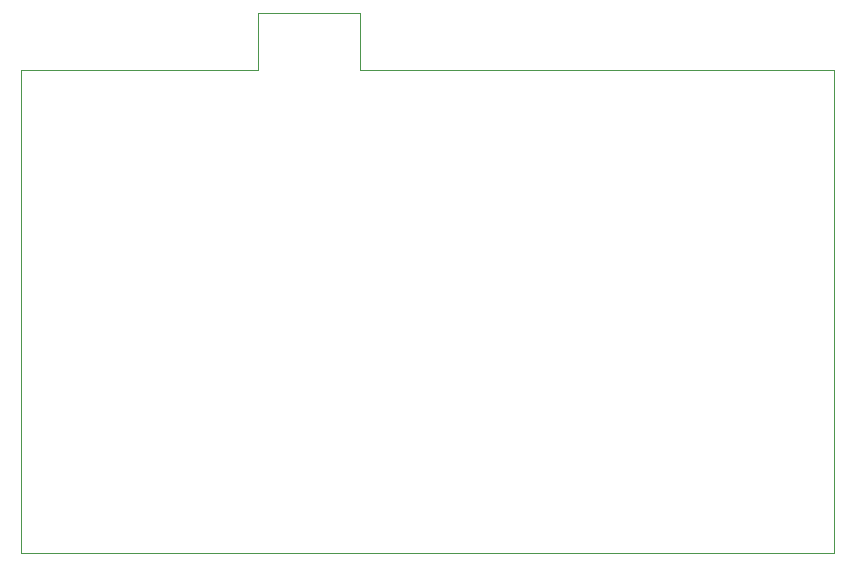
<source format=gbr>
%TF.GenerationSoftware,KiCad,Pcbnew,5.1.9+dfsg1-1*%
%TF.CreationDate,2021-11-11T20:26:25+01:00*%
%TF.ProjectId,lidar_board,6c696461-725f-4626-9f61-72642e6b6963,rev?*%
%TF.SameCoordinates,Original*%
%TF.FileFunction,Profile,NP*%
%FSLAX46Y46*%
G04 Gerber Fmt 4.6, Leading zero omitted, Abs format (unit mm)*
G04 Created by KiCad (PCBNEW 5.1.9+dfsg1-1) date 2021-11-11 20:26:25*
%MOMM*%
%LPD*%
G01*
G04 APERTURE LIST*
%TA.AperFunction,Profile*%
%ADD10C,0.050000*%
%TD*%
G04 APERTURE END LIST*
D10*
X132588000Y-116332000D02*
X132588000Y-75438000D01*
X201422000Y-116332000D02*
X201422000Y-75438000D01*
X132588000Y-116332000D02*
X201422000Y-116332000D01*
X161290000Y-75438000D02*
X201422000Y-75438000D01*
X161290000Y-74930000D02*
X161290000Y-75438000D01*
X161290000Y-70612000D02*
X161290000Y-74930000D01*
X152654000Y-70612000D02*
X161290000Y-70612000D01*
X152654000Y-75438000D02*
X152654000Y-70612000D01*
X152654000Y-75438000D02*
X132588000Y-75438000D01*
M02*

</source>
